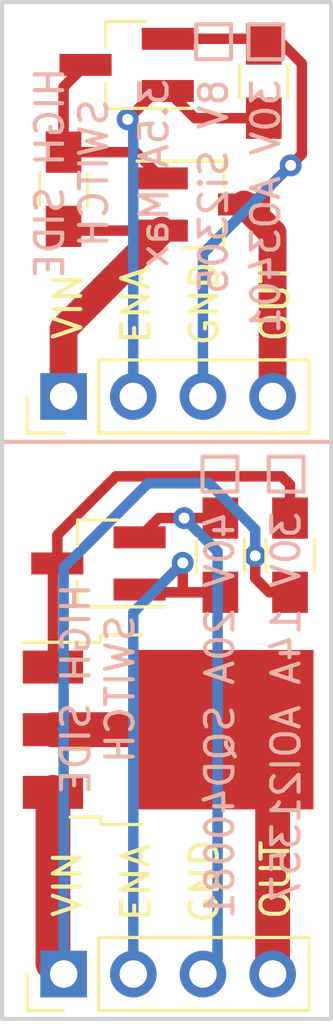
<source format=kicad_pcb>
(kicad_pcb (version 20171130) (host pcbnew "(5.1.6)-1")

  (general
    (thickness 1.6)
    (drawings 44)
    (tracks 61)
    (zones 0)
    (modules 10)
    (nets 11)
  )

  (page A4)
  (layers
    (0 F.Cu signal)
    (31 B.Cu signal)
    (32 B.Adhes user)
    (33 F.Adhes user)
    (34 B.Paste user)
    (35 F.Paste user)
    (36 B.SilkS user)
    (37 F.SilkS user)
    (38 B.Mask user)
    (39 F.Mask user)
    (40 Dwgs.User user)
    (41 Cmts.User user)
    (42 Eco1.User user)
    (43 Eco2.User user)
    (44 Edge.Cuts user)
    (45 Margin user)
    (46 B.CrtYd user)
    (47 F.CrtYd user)
    (48 B.Fab user hide)
    (49 F.Fab user hide)
  )

  (setup
    (last_trace_width 0.25)
    (user_trace_width 0.254)
    (user_trace_width 0.381)
    (user_trace_width 0.635)
    (user_trace_width 1.016)
    (user_trace_width 1.27)
    (trace_clearance 0.2)
    (zone_clearance 0.508)
    (zone_45_only no)
    (trace_min 0.2)
    (via_size 0.8)
    (via_drill 0.4)
    (via_min_size 0.4)
    (via_min_drill 0.3)
    (user_via 1 0.7)
    (uvia_size 0.3)
    (uvia_drill 0.1)
    (uvias_allowed no)
    (uvia_min_size 0.2)
    (uvia_min_drill 0.1)
    (edge_width 0.15)
    (segment_width 0.2)
    (pcb_text_width 0.3)
    (pcb_text_size 1.5 1.5)
    (mod_edge_width 0.15)
    (mod_text_size 1 1)
    (mod_text_width 0.15)
    (pad_size 2 2)
    (pad_drill 0)
    (pad_to_mask_clearance 0.2)
    (solder_mask_min_width 0.25)
    (aux_axis_origin 0 0)
    (visible_elements 7FFDFFFF)
    (pcbplotparams
      (layerselection 0x010f0_ffffffff)
      (usegerberextensions true)
      (usegerberattributes false)
      (usegerberadvancedattributes false)
      (creategerberjobfile false)
      (excludeedgelayer true)
      (linewidth 0.100000)
      (plotframeref false)
      (viasonmask false)
      (mode 1)
      (useauxorigin false)
      (hpglpennumber 1)
      (hpglpenspeed 20)
      (hpglpendiameter 15.000000)
      (psnegative false)
      (psa4output false)
      (plotreference true)
      (plotvalue true)
      (plotinvisibletext false)
      (padsonsilk false)
      (subtractmaskfromsilk false)
      (outputformat 1)
      (mirror false)
      (drillshape 0)
      (scaleselection 1)
      (outputdirectory ""))
  )

  (net 0 "")
  (net 1 "Net-(J1-Pad1)")
  (net 2 "Net-(J1-Pad2)")
  (net 3 "Net-(J1-Pad3)")
  (net 4 "Net-(J1-Pad4)")
  (net 5 "Net-(J2-Pad1)")
  (net 6 "Net-(J2-Pad2)")
  (net 7 "Net-(J2-Pad3)")
  (net 8 "Net-(J2-Pad4)")
  (net 9 "Net-(Q1-Pad1)")
  (net 10 "Net-(Q3-Pad1)")

  (net_class Default "This is the default net class."
    (clearance 0.2)
    (trace_width 0.25)
    (via_dia 0.8)
    (via_drill 0.4)
    (uvia_dia 0.3)
    (uvia_drill 0.1)
    (add_net "Net-(J1-Pad1)")
    (add_net "Net-(J1-Pad2)")
    (add_net "Net-(J1-Pad3)")
    (add_net "Net-(J1-Pad4)")
    (add_net "Net-(J2-Pad1)")
    (add_net "Net-(J2-Pad2)")
    (add_net "Net-(J2-Pad3)")
    (add_net "Net-(J2-Pad4)")
    (add_net "Net-(Q1-Pad1)")
    (add_net "Net-(Q3-Pad1)")
  )

  (module Resistors_SMD:R_0805_HandSoldering (layer F.Cu) (tedit 58E0A804) (tstamp 62157A86)
    (at 161.46018 96.1263 90)
    (descr "Resistor SMD 0805, hand soldering")
    (tags "resistor 0805")
    (path /62177F1F)
    (attr smd)
    (fp_text reference R4 (at 0 0 90) (layer F.SilkS) hide
      (effects (font (size 1 1) (thickness 0.15)))
    )
    (fp_text value PD (at 0 1.75 90) (layer F.Fab)
      (effects (font (size 1 1) (thickness 0.15)))
    )
    (fp_line (start 2.35 0.9) (end -2.35 0.9) (layer F.CrtYd) (width 0.05))
    (fp_line (start 2.35 0.9) (end 2.35 -0.9) (layer F.CrtYd) (width 0.05))
    (fp_line (start -2.35 -0.9) (end -2.35 0.9) (layer F.CrtYd) (width 0.05))
    (fp_line (start -2.35 -0.9) (end 2.35 -0.9) (layer F.CrtYd) (width 0.05))
    (fp_line (start -0.6 -0.88) (end 0.6 -0.88) (layer F.SilkS) (width 0.12))
    (fp_line (start 0.6 0.88) (end -0.6 0.88) (layer F.SilkS) (width 0.12))
    (fp_line (start -1 -0.62) (end 1 -0.62) (layer F.Fab) (width 0.1))
    (fp_line (start 1 -0.62) (end 1 0.62) (layer F.Fab) (width 0.1))
    (fp_line (start 1 0.62) (end -1 0.62) (layer F.Fab) (width 0.1))
    (fp_line (start -1 0.62) (end -1 -0.62) (layer F.Fab) (width 0.1))
    (fp_text user %R (at 0 0 90) (layer F.Fab)
      (effects (font (size 0.5 0.5) (thickness 0.075)))
    )
    (pad 1 smd rect (at -1.35 0 90) (size 1.5 1.3) (layers F.Cu F.Paste F.Mask)
      (net 6 "Net-(J2-Pad2)"))
    (pad 2 smd rect (at 1.35 0 90) (size 1.5 1.3) (layers F.Cu F.Paste F.Mask)
      (net 7 "Net-(J2-Pad3)"))
    (model ${KISYS3DMOD}/Resistors_SMD.3dshapes/R_0805.wrl
      (at (xyz 0 0 0))
      (scale (xyz 1 1 1))
      (rotate (xyz 0 0 0))
    )
  )

  (module Resistors_SMD:R_0805_HandSoldering (layer F.Cu) (tedit 58E0A804) (tstamp 62157A83)
    (at 164.00018 96.1263 90)
    (descr "Resistor SMD 0805, hand soldering")
    (tags "resistor 0805")
    (path /62177F0B)
    (attr smd)
    (fp_text reference R3 (at 0 0 90) (layer F.SilkS) hide
      (effects (font (size 1 1) (thickness 0.15)))
    )
    (fp_text value PU (at 0 1.75 90) (layer F.Fab)
      (effects (font (size 1 1) (thickness 0.15)))
    )
    (fp_line (start 2.35 0.9) (end -2.35 0.9) (layer F.CrtYd) (width 0.05))
    (fp_line (start 2.35 0.9) (end 2.35 -0.9) (layer F.CrtYd) (width 0.05))
    (fp_line (start -2.35 -0.9) (end -2.35 0.9) (layer F.CrtYd) (width 0.05))
    (fp_line (start -2.35 -0.9) (end 2.35 -0.9) (layer F.CrtYd) (width 0.05))
    (fp_line (start -0.6 -0.88) (end 0.6 -0.88) (layer F.SilkS) (width 0.12))
    (fp_line (start 0.6 0.88) (end -0.6 0.88) (layer F.SilkS) (width 0.12))
    (fp_line (start -1 -0.62) (end 1 -0.62) (layer F.Fab) (width 0.1))
    (fp_line (start 1 -0.62) (end 1 0.62) (layer F.Fab) (width 0.1))
    (fp_line (start 1 0.62) (end -1 0.62) (layer F.Fab) (width 0.1))
    (fp_line (start -1 0.62) (end -1 -0.62) (layer F.Fab) (width 0.1))
    (fp_text user %R (at 0 0 90) (layer F.Fab)
      (effects (font (size 0.5 0.5) (thickness 0.075)))
    )
    (pad 1 smd rect (at -1.35 0 90) (size 1.5 1.3) (layers F.Cu F.Paste F.Mask)
      (net 5 "Net-(J2-Pad1)"))
    (pad 2 smd rect (at 1.35 0 90) (size 1.5 1.3) (layers F.Cu F.Paste F.Mask)
      (net 10 "Net-(Q3-Pad1)"))
    (model ${KISYS3DMOD}/Resistors_SMD.3dshapes/R_0805.wrl
      (at (xyz 0 0 0))
      (scale (xyz 1 1 1))
      (rotate (xyz 0 0 0))
    )
  )

  (module Resistors_SMD:R_0805_HandSoldering (layer F.Cu) (tedit 58E0A804) (tstamp 62157A80)
    (at 163.04318 78.87606 90)
    (descr "Resistor SMD 0805, hand soldering")
    (tags "resistor 0805")
    (path /6216CD48)
    (attr smd)
    (fp_text reference R2 (at -0.1016 0.0762 90) (layer F.SilkS) hide
      (effects (font (size 1 1) (thickness 0.15)))
    )
    (fp_text value PD (at 0 1.75 90) (layer F.Fab)
      (effects (font (size 1 1) (thickness 0.15)))
    )
    (fp_line (start 2.35 0.9) (end -2.35 0.9) (layer F.CrtYd) (width 0.05))
    (fp_line (start 2.35 0.9) (end 2.35 -0.9) (layer F.CrtYd) (width 0.05))
    (fp_line (start -2.35 -0.9) (end -2.35 0.9) (layer F.CrtYd) (width 0.05))
    (fp_line (start -2.35 -0.9) (end 2.35 -0.9) (layer F.CrtYd) (width 0.05))
    (fp_line (start -0.6 -0.88) (end 0.6 -0.88) (layer F.SilkS) (width 0.12))
    (fp_line (start 0.6 0.88) (end -0.6 0.88) (layer F.SilkS) (width 0.12))
    (fp_line (start -1 -0.62) (end 1 -0.62) (layer F.Fab) (width 0.1))
    (fp_line (start 1 -0.62) (end 1 0.62) (layer F.Fab) (width 0.1))
    (fp_line (start 1 0.62) (end -1 0.62) (layer F.Fab) (width 0.1))
    (fp_line (start -1 0.62) (end -1 -0.62) (layer F.Fab) (width 0.1))
    (fp_text user %R (at 0 0 90) (layer F.Fab)
      (effects (font (size 0.5 0.5) (thickness 0.075)))
    )
    (pad 1 smd rect (at -1.35 0 90) (size 1.5 1.3) (layers F.Cu F.Paste F.Mask)
      (net 2 "Net-(J1-Pad2)"))
    (pad 2 smd rect (at 1.35 0 90) (size 1.5 1.3) (layers F.Cu F.Paste F.Mask)
      (net 3 "Net-(J1-Pad3)"))
    (model ${KISYS3DMOD}/Resistors_SMD.3dshapes/R_0805.wrl
      (at (xyz 0 0 0))
      (scale (xyz 1 1 1))
      (rotate (xyz 0 0 0))
    )
  )

  (module Resistors_SMD:R_0805_HandSoldering (layer F.Cu) (tedit 58E0A804) (tstamp 62157A7D)
    (at 155.74318 82.81106 90)
    (descr "Resistor SMD 0805, hand soldering")
    (tags "resistor 0805")
    (path /62160481)
    (attr smd)
    (fp_text reference R1 (at 0.0546 0 90) (layer F.SilkS) hide
      (effects (font (size 1 1) (thickness 0.15)))
    )
    (fp_text value PU (at 0 1.75 90) (layer F.Fab)
      (effects (font (size 1 1) (thickness 0.15)))
    )
    (fp_line (start 2.35 0.9) (end -2.35 0.9) (layer F.CrtYd) (width 0.05))
    (fp_line (start 2.35 0.9) (end 2.35 -0.9) (layer F.CrtYd) (width 0.05))
    (fp_line (start -2.35 -0.9) (end -2.35 0.9) (layer F.CrtYd) (width 0.05))
    (fp_line (start -2.35 -0.9) (end 2.35 -0.9) (layer F.CrtYd) (width 0.05))
    (fp_line (start -0.6 -0.88) (end 0.6 -0.88) (layer F.SilkS) (width 0.12))
    (fp_line (start 0.6 0.88) (end -0.6 0.88) (layer F.SilkS) (width 0.12))
    (fp_line (start -1 -0.62) (end 1 -0.62) (layer F.Fab) (width 0.1))
    (fp_line (start 1 -0.62) (end 1 0.62) (layer F.Fab) (width 0.1))
    (fp_line (start 1 0.62) (end -1 0.62) (layer F.Fab) (width 0.1))
    (fp_line (start -1 0.62) (end -1 -0.62) (layer F.Fab) (width 0.1))
    (fp_text user %R (at 0 0 90) (layer F.Fab)
      (effects (font (size 0.5 0.5) (thickness 0.075)))
    )
    (pad 1 smd rect (at -1.35 0 90) (size 1.5 1.3) (layers F.Cu F.Paste F.Mask)
      (net 1 "Net-(J1-Pad1)"))
    (pad 2 smd rect (at 1.35 0 90) (size 1.5 1.3) (layers F.Cu F.Paste F.Mask)
      (net 9 "Net-(Q1-Pad1)"))
    (model ${KISYS3DMOD}/Resistors_SMD.3dshapes/R_0805.wrl
      (at (xyz 0 0 0))
      (scale (xyz 1 1 1))
      (rotate (xyz 0 0 0))
    )
  )

  (module TO_SOT_Packages_SMD:SOT-23_Handsoldering (layer F.Cu) (tedit 58CE4E7E) (tstamp 62157A7A)
    (at 157.01518 96.426301 180)
    (descr "SOT-23, Handsoldering")
    (tags SOT-23)
    (path /62177F01)
    (attr smd)
    (fp_text reference Q4 (at 0 -0.334999) (layer F.SilkS) hide
      (effects (font (size 1 1) (thickness 0.15)))
    )
    (fp_text value BSS138 (at 0 2.5) (layer F.Fab)
      (effects (font (size 1 1) (thickness 0.15)))
    )
    (fp_line (start 0.76 1.58) (end -0.7 1.58) (layer F.SilkS) (width 0.12))
    (fp_line (start -0.7 1.52) (end 0.7 1.52) (layer F.Fab) (width 0.1))
    (fp_line (start 0.7 -1.52) (end 0.7 1.52) (layer F.Fab) (width 0.1))
    (fp_line (start -0.7 -0.95) (end -0.15 -1.52) (layer F.Fab) (width 0.1))
    (fp_line (start -0.15 -1.52) (end 0.7 -1.52) (layer F.Fab) (width 0.1))
    (fp_line (start -0.7 -0.95) (end -0.7 1.5) (layer F.Fab) (width 0.1))
    (fp_line (start 0.76 -1.58) (end -2.4 -1.58) (layer F.SilkS) (width 0.12))
    (fp_line (start -2.7 1.75) (end -2.7 -1.75) (layer F.CrtYd) (width 0.05))
    (fp_line (start 2.7 1.75) (end -2.7 1.75) (layer F.CrtYd) (width 0.05))
    (fp_line (start 2.7 -1.75) (end 2.7 1.75) (layer F.CrtYd) (width 0.05))
    (fp_line (start -2.7 -1.75) (end 2.7 -1.75) (layer F.CrtYd) (width 0.05))
    (fp_line (start 0.76 -1.58) (end 0.76 -0.65) (layer F.SilkS) (width 0.12))
    (fp_line (start 0.76 1.58) (end 0.76 0.65) (layer F.SilkS) (width 0.12))
    (fp_text user %R (at 0 0 90) (layer F.Fab)
      (effects (font (size 0.5 0.5) (thickness 0.075)))
    )
    (pad 1 smd rect (at -1.5 -0.95 180) (size 1.9 0.8) (layers F.Cu F.Paste F.Mask)
      (net 6 "Net-(J2-Pad2)"))
    (pad 2 smd rect (at -1.5 0.95 180) (size 1.9 0.8) (layers F.Cu F.Paste F.Mask)
      (net 7 "Net-(J2-Pad3)"))
    (pad 3 smd rect (at 1.5 0 180) (size 1.9 0.8) (layers F.Cu F.Paste F.Mask)
      (net 10 "Net-(Q3-Pad1)"))
    (model ${KISYS3DMOD}/TO_SOT_Packages_SMD.3dshapes\SOT-23.wrl
      (at (xyz 0 0 0))
      (scale (xyz 1 1 1))
      (rotate (xyz 0 0 0))
    )
  )

  (module TO_SOT_Packages_SMD:TO-252-3_TabPin2 (layer F.Cu) (tedit 590079C0) (tstamp 62157A77)
    (at 159.55518 102.4763)
    (descr "TO-252 / DPAK SMD package, http://www.infineon.com/cms/en/product/packages/PG-TO252/PG-TO252-3-1/")
    (tags "DPAK TO-252 DPAK-3 TO-252-3 SOT-428")
    (path /62174C95)
    (attr smd)
    (fp_text reference Q3 (at -1.905 0) (layer F.SilkS) hide
      (effects (font (size 1 1) (thickness 0.15)))
    )
    (fp_text value Q_PMOS_GDS (at 0 4.5) (layer F.Fab)
      (effects (font (size 1 1) (thickness 0.15)))
    )
    (fp_line (start 5.55 -3.5) (end -5.55 -3.5) (layer F.CrtYd) (width 0.05))
    (fp_line (start 5.55 3.5) (end 5.55 -3.5) (layer F.CrtYd) (width 0.05))
    (fp_line (start -5.55 3.5) (end 5.55 3.5) (layer F.CrtYd) (width 0.05))
    (fp_line (start -5.55 -3.5) (end -5.55 3.5) (layer F.CrtYd) (width 0.05))
    (fp_line (start -2.47 3.18) (end -3.57 3.18) (layer F.SilkS) (width 0.12))
    (fp_line (start -2.47 3.45) (end -2.47 3.18) (layer F.SilkS) (width 0.12))
    (fp_line (start -0.97 3.45) (end -2.47 3.45) (layer F.SilkS) (width 0.12))
    (fp_line (start -2.47 -3.18) (end -5.3 -3.18) (layer F.SilkS) (width 0.12))
    (fp_line (start -2.47 -3.45) (end -2.47 -3.18) (layer F.SilkS) (width 0.12))
    (fp_line (start -0.97 -3.45) (end -2.47 -3.45) (layer F.SilkS) (width 0.12))
    (fp_line (start -4.97 2.655) (end -2.27 2.655) (layer F.Fab) (width 0.1))
    (fp_line (start -4.97 1.905) (end -4.97 2.655) (layer F.Fab) (width 0.1))
    (fp_line (start -2.27 1.905) (end -4.97 1.905) (layer F.Fab) (width 0.1))
    (fp_line (start -4.97 0.375) (end -2.27 0.375) (layer F.Fab) (width 0.1))
    (fp_line (start -4.97 -0.375) (end -4.97 0.375) (layer F.Fab) (width 0.1))
    (fp_line (start -2.27 -0.375) (end -4.97 -0.375) (layer F.Fab) (width 0.1))
    (fp_line (start -4.97 -1.905) (end -2.27 -1.905) (layer F.Fab) (width 0.1))
    (fp_line (start -4.97 -2.655) (end -4.97 -1.905) (layer F.Fab) (width 0.1))
    (fp_line (start -1.865 -2.655) (end -4.97 -2.655) (layer F.Fab) (width 0.1))
    (fp_line (start -1.27 -3.25) (end 3.95 -3.25) (layer F.Fab) (width 0.1))
    (fp_line (start -2.27 -2.25) (end -1.27 -3.25) (layer F.Fab) (width 0.1))
    (fp_line (start -2.27 3.25) (end -2.27 -2.25) (layer F.Fab) (width 0.1))
    (fp_line (start 3.95 3.25) (end -2.27 3.25) (layer F.Fab) (width 0.1))
    (fp_line (start 3.95 -3.25) (end 3.95 3.25) (layer F.Fab) (width 0.1))
    (fp_line (start 4.95 2.7) (end 3.95 2.7) (layer F.Fab) (width 0.1))
    (fp_line (start 4.95 -2.7) (end 4.95 2.7) (layer F.Fab) (width 0.1))
    (fp_line (start 3.95 -2.7) (end 4.95 -2.7) (layer F.Fab) (width 0.1))
    (fp_text user %R (at 0 0) (layer F.Fab)
      (effects (font (size 1 1) (thickness 0.15)))
    )
    (pad 1 smd rect (at -4.2 -2.28) (size 2.2 1.2) (layers F.Cu F.Paste F.Mask)
      (net 10 "Net-(Q3-Pad1)"))
    (pad 2 smd rect (at -4.2 0) (size 2.2 1.2) (layers F.Cu F.Paste F.Mask)
      (net 8 "Net-(J2-Pad4)"))
    (pad 3 smd rect (at -4.2 2.28) (size 2.2 1.2) (layers F.Cu F.Paste F.Mask)
      (net 5 "Net-(J2-Pad1)"))
    (pad 2 smd rect (at 2.1 0) (size 6.4 5.8) (layers F.Cu F.Mask)
      (net 8 "Net-(J2-Pad4)"))
    (pad 2 smd rect (at 3.775 1.525) (size 3.05 2.75) (layers F.Cu F.Paste)
      (net 8 "Net-(J2-Pad4)"))
    (pad 2 smd rect (at 0.425 -1.525) (size 3.05 2.75) (layers F.Cu F.Paste)
      (net 8 "Net-(J2-Pad4)"))
    (pad 2 smd rect (at 3.775 -1.525) (size 3.05 2.75) (layers F.Cu F.Paste)
      (net 8 "Net-(J2-Pad4)"))
    (pad 2 smd rect (at 0.425 1.525) (size 3.05 2.75) (layers F.Cu F.Paste)
      (net 8 "Net-(J2-Pad4)"))
    (model ${KISYS3DMOD}/TO_SOT_Packages_SMD.3dshapes/TO-252-3_TabPin2.wrl
      (at (xyz 0 0 0))
      (scale (xyz 1 1 1))
      (rotate (xyz 0 0 0))
    )
  )

  (module TO_SOT_Packages_SMD:SOT-23_Handsoldering (layer F.Cu) (tedit 58CE4E7E) (tstamp 62157A74)
    (at 158.04318 78.28606 180)
    (descr "SOT-23, Handsoldering")
    (tags SOT-23)
    (path /6215D3FE)
    (attr smd)
    (fp_text reference Q2 (at -0.7366 -0.1016) (layer F.SilkS) hide
      (effects (font (size 1 1) (thickness 0.15)))
    )
    (fp_text value BSS138 (at 0 2.5) (layer F.Fab)
      (effects (font (size 1 1) (thickness 0.15)))
    )
    (fp_line (start 0.76 1.58) (end -0.7 1.58) (layer F.SilkS) (width 0.12))
    (fp_line (start -0.7 1.52) (end 0.7 1.52) (layer F.Fab) (width 0.1))
    (fp_line (start 0.7 -1.52) (end 0.7 1.52) (layer F.Fab) (width 0.1))
    (fp_line (start -0.7 -0.95) (end -0.15 -1.52) (layer F.Fab) (width 0.1))
    (fp_line (start -0.15 -1.52) (end 0.7 -1.52) (layer F.Fab) (width 0.1))
    (fp_line (start -0.7 -0.95) (end -0.7 1.5) (layer F.Fab) (width 0.1))
    (fp_line (start 0.76 -1.58) (end -2.4 -1.58) (layer F.SilkS) (width 0.12))
    (fp_line (start -2.7 1.75) (end -2.7 -1.75) (layer F.CrtYd) (width 0.05))
    (fp_line (start 2.7 1.75) (end -2.7 1.75) (layer F.CrtYd) (width 0.05))
    (fp_line (start 2.7 -1.75) (end 2.7 1.75) (layer F.CrtYd) (width 0.05))
    (fp_line (start -2.7 -1.75) (end 2.7 -1.75) (layer F.CrtYd) (width 0.05))
    (fp_line (start 0.76 -1.58) (end 0.76 -0.65) (layer F.SilkS) (width 0.12))
    (fp_line (start 0.76 1.58) (end 0.76 0.65) (layer F.SilkS) (width 0.12))
    (fp_text user %R (at 0 0 90) (layer F.Fab)
      (effects (font (size 0.5 0.5) (thickness 0.075)))
    )
    (pad 1 smd rect (at -1.5 -0.95 180) (size 1.9 0.8) (layers F.Cu F.Paste F.Mask)
      (net 2 "Net-(J1-Pad2)"))
    (pad 2 smd rect (at -1.5 0.95 180) (size 1.9 0.8) (layers F.Cu F.Paste F.Mask)
      (net 3 "Net-(J1-Pad3)"))
    (pad 3 smd rect (at 1.5 0 180) (size 1.9 0.8) (layers F.Cu F.Paste F.Mask)
      (net 9 "Net-(Q1-Pad1)"))
    (model ${KISYS3DMOD}/TO_SOT_Packages_SMD.3dshapes\SOT-23.wrl
      (at (xyz 0 0 0))
      (scale (xyz 1 1 1))
      (rotate (xyz 0 0 0))
    )
  )

  (module TO_SOT_Packages_SMD:SOT-23_Handsoldering (layer F.Cu) (tedit 58CE4E7E) (tstamp 62157A71)
    (at 160.82318 83.36606)
    (descr "SOT-23, Handsoldering")
    (tags SOT-23)
    (path /62158319)
    (attr smd)
    (fp_text reference Q1 (at -0.2032 0.1016) (layer F.SilkS) hide
      (effects (font (size 1 1) (thickness 0.15)))
    )
    (fp_text value Q_PMOS_GSD (at 0 2.5) (layer F.Fab)
      (effects (font (size 1 1) (thickness 0.15)))
    )
    (fp_line (start 0.76 1.58) (end -0.7 1.58) (layer F.SilkS) (width 0.12))
    (fp_line (start -0.7 1.52) (end 0.7 1.52) (layer F.Fab) (width 0.1))
    (fp_line (start 0.7 -1.52) (end 0.7 1.52) (layer F.Fab) (width 0.1))
    (fp_line (start -0.7 -0.95) (end -0.15 -1.52) (layer F.Fab) (width 0.1))
    (fp_line (start -0.15 -1.52) (end 0.7 -1.52) (layer F.Fab) (width 0.1))
    (fp_line (start -0.7 -0.95) (end -0.7 1.5) (layer F.Fab) (width 0.1))
    (fp_line (start 0.76 -1.58) (end -2.4 -1.58) (layer F.SilkS) (width 0.12))
    (fp_line (start -2.7 1.75) (end -2.7 -1.75) (layer F.CrtYd) (width 0.05))
    (fp_line (start 2.7 1.75) (end -2.7 1.75) (layer F.CrtYd) (width 0.05))
    (fp_line (start 2.7 -1.75) (end 2.7 1.75) (layer F.CrtYd) (width 0.05))
    (fp_line (start -2.7 -1.75) (end 2.7 -1.75) (layer F.CrtYd) (width 0.05))
    (fp_line (start 0.76 -1.58) (end 0.76 -0.65) (layer F.SilkS) (width 0.12))
    (fp_line (start 0.76 1.58) (end 0.76 0.65) (layer F.SilkS) (width 0.12))
    (fp_text user %R (at 0 0 90) (layer F.Fab)
      (effects (font (size 0.5 0.5) (thickness 0.075)))
    )
    (pad 1 smd rect (at -1.5 -0.95) (size 1.9 0.8) (layers F.Cu F.Paste F.Mask)
      (net 9 "Net-(Q1-Pad1)"))
    (pad 2 smd rect (at -1.5 0.95) (size 1.9 0.8) (layers F.Cu F.Paste F.Mask)
      (net 1 "Net-(J1-Pad1)"))
    (pad 3 smd rect (at 1.5 0) (size 1.9 0.8) (layers F.Cu F.Paste F.Mask)
      (net 4 "Net-(J1-Pad4)"))
    (model ${KISYS3DMOD}/TO_SOT_Packages_SMD.3dshapes\SOT-23.wrl
      (at (xyz 0 0 0))
      (scale (xyz 1 1 1))
      (rotate (xyz 0 0 0))
    )
  )

  (module Pin_Headers:Pin_Header_Straight_1x04_Pitch2.54mm (layer F.Cu) (tedit 59650532) (tstamp 62157A6E)
    (at 155.74518 111.3663 90)
    (descr "Through hole straight pin header, 1x04, 2.54mm pitch, single row")
    (tags "Through hole pin header THT 1x04 2.54mm single row")
    (path /62177F15)
    (fp_text reference J2 (at 0 -2.33 90) (layer F.SilkS) hide
      (effects (font (size 1 1) (thickness 0.15)))
    )
    (fp_text value .1" (at 0 9.95 90) (layer F.Fab)
      (effects (font (size 1 1) (thickness 0.15)))
    )
    (fp_line (start 1.8 -1.8) (end -1.8 -1.8) (layer F.CrtYd) (width 0.05))
    (fp_line (start 1.8 9.4) (end 1.8 -1.8) (layer F.CrtYd) (width 0.05))
    (fp_line (start -1.8 9.4) (end 1.8 9.4) (layer F.CrtYd) (width 0.05))
    (fp_line (start -1.8 -1.8) (end -1.8 9.4) (layer F.CrtYd) (width 0.05))
    (fp_line (start -1.33 -1.33) (end 0 -1.33) (layer F.SilkS) (width 0.12))
    (fp_line (start -1.33 0) (end -1.33 -1.33) (layer F.SilkS) (width 0.12))
    (fp_line (start -1.33 1.27) (end 1.33 1.27) (layer F.SilkS) (width 0.12))
    (fp_line (start 1.33 1.27) (end 1.33 8.95) (layer F.SilkS) (width 0.12))
    (fp_line (start -1.33 1.27) (end -1.33 8.95) (layer F.SilkS) (width 0.12))
    (fp_line (start -1.33 8.95) (end 1.33 8.95) (layer F.SilkS) (width 0.12))
    (fp_line (start -1.27 -0.635) (end -0.635 -1.27) (layer F.Fab) (width 0.1))
    (fp_line (start -1.27 8.89) (end -1.27 -0.635) (layer F.Fab) (width 0.1))
    (fp_line (start 1.27 8.89) (end -1.27 8.89) (layer F.Fab) (width 0.1))
    (fp_line (start 1.27 -1.27) (end 1.27 8.89) (layer F.Fab) (width 0.1))
    (fp_line (start -0.635 -1.27) (end 1.27 -1.27) (layer F.Fab) (width 0.1))
    (fp_text user %R (at 0 3.81) (layer F.Fab)
      (effects (font (size 1 1) (thickness 0.15)))
    )
    (pad 1 thru_hole rect (at 0 0 90) (size 1.7 1.7) (drill 1) (layers *.Cu *.Mask)
      (net 5 "Net-(J2-Pad1)"))
    (pad 2 thru_hole oval (at 0 2.54 90) (size 1.7 1.7) (drill 1) (layers *.Cu *.Mask)
      (net 6 "Net-(J2-Pad2)"))
    (pad 3 thru_hole oval (at 0 5.08 90) (size 1.7 1.7) (drill 1) (layers *.Cu *.Mask)
      (net 7 "Net-(J2-Pad3)"))
    (pad 4 thru_hole oval (at 0 7.62 90) (size 1.7 1.7) (drill 1) (layers *.Cu *.Mask)
      (net 8 "Net-(J2-Pad4)"))
    (model ${KISYS3DMOD}/Pin_Headers.3dshapes/Pin_Header_Straight_1x04_Pitch2.54mm.wrl
      (at (xyz 0 0 0))
      (scale (xyz 1 1 1))
      (rotate (xyz 0 0 0))
    )
  )

  (module Pin_Headers:Pin_Header_Straight_1x04_Pitch2.54mm (layer F.Cu) (tedit 59650532) (tstamp 62157A6B)
    (at 155.74318 90.35106 90)
    (descr "Through hole straight pin header, 1x04, 2.54mm pitch, single row")
    (tags "Through hole pin header THT 1x04 2.54mm single row")
    (path /62160EFF)
    (fp_text reference J1 (at 0 -2.33 90) (layer F.SilkS) hide
      (effects (font (size 1 1) (thickness 0.15)))
    )
    (fp_text value .1" (at 0 9.95 90) (layer F.Fab)
      (effects (font (size 1 1) (thickness 0.15)))
    )
    (fp_line (start 1.8 -1.8) (end -1.8 -1.8) (layer F.CrtYd) (width 0.05))
    (fp_line (start 1.8 9.4) (end 1.8 -1.8) (layer F.CrtYd) (width 0.05))
    (fp_line (start -1.8 9.4) (end 1.8 9.4) (layer F.CrtYd) (width 0.05))
    (fp_line (start -1.8 -1.8) (end -1.8 9.4) (layer F.CrtYd) (width 0.05))
    (fp_line (start -1.33 -1.33) (end 0 -1.33) (layer F.SilkS) (width 0.12))
    (fp_line (start -1.33 0) (end -1.33 -1.33) (layer F.SilkS) (width 0.12))
    (fp_line (start -1.33 1.27) (end 1.33 1.27) (layer F.SilkS) (width 0.12))
    (fp_line (start 1.33 1.27) (end 1.33 8.95) (layer F.SilkS) (width 0.12))
    (fp_line (start -1.33 1.27) (end -1.33 8.95) (layer F.SilkS) (width 0.12))
    (fp_line (start -1.33 8.95) (end 1.33 8.95) (layer F.SilkS) (width 0.12))
    (fp_line (start -1.27 -0.635) (end -0.635 -1.27) (layer F.Fab) (width 0.1))
    (fp_line (start -1.27 8.89) (end -1.27 -0.635) (layer F.Fab) (width 0.1))
    (fp_line (start 1.27 8.89) (end -1.27 8.89) (layer F.Fab) (width 0.1))
    (fp_line (start 1.27 -1.27) (end 1.27 8.89) (layer F.Fab) (width 0.1))
    (fp_line (start -0.635 -1.27) (end 1.27 -1.27) (layer F.Fab) (width 0.1))
    (fp_text user %R (at 0 3.81) (layer F.Fab)
      (effects (font (size 1 1) (thickness 0.15)))
    )
    (pad 1 thru_hole rect (at 0 0 90) (size 1.7 1.7) (drill 1) (layers *.Cu *.Mask)
      (net 1 "Net-(J1-Pad1)"))
    (pad 2 thru_hole oval (at 0 2.54 90) (size 1.7 1.7) (drill 1) (layers *.Cu *.Mask)
      (net 2 "Net-(J1-Pad2)"))
    (pad 3 thru_hole oval (at 0 5.08 90) (size 1.7 1.7) (drill 1) (layers *.Cu *.Mask)
      (net 3 "Net-(J1-Pad3)"))
    (pad 4 thru_hole oval (at 0 7.62 90) (size 1.7 1.7) (drill 1) (layers *.Cu *.Mask)
      (net 4 "Net-(J1-Pad4)"))
    (model ${KISYS3DMOD}/Pin_Headers.3dshapes/Pin_Header_Straight_1x04_Pitch2.54mm.wrl
      (at (xyz 0 0 0))
      (scale (xyz 1 1 1))
      (rotate (xyz 0 0 0))
    )
  )

  (gr_line (start 165.5 92) (end 153.5 92) (layer B.SilkS) (width 0.15))
  (gr_line (start 165.5 76) (end 153.5 76) (layer Edge.Cuts) (width 0.15) (tstamp 621585A2))
  (gr_line (start 165.5 113) (end 165.5 76) (layer Edge.Cuts) (width 0.15))
  (gr_line (start 153.5 113) (end 165.5 113) (layer Edge.Cuts) (width 0.15))
  (gr_line (start 153.5 76) (end 153.5 113) (layer Edge.Cuts) (width 0.15))
  (gr_line (start 165.5 92) (end 153.5 92) (layer Cmts.User) (width 0.15) (tstamp 62158511))
  (gr_line (start 165.5 76) (end 153.5 76) (layer Cmts.User) (width 0.15) (tstamp 621584F6))
  (gr_line (start 153.5 113) (end 165.5 113) (layer Cmts.User) (width 0.15) (tstamp 62158A5B))
  (gr_line (start 153.5 92) (end 153.5 113) (layer Cmts.User) (width 0.15))
  (gr_line (start 165.5 92) (end 153.5 92) (layer Cmts.User) (width 0.15))
  (gr_line (start 165.5 113) (end 165.5 92) (layer Cmts.User) (width 0.15))
  (gr_line (start 164.49178 92.5431) (end 163.22178 92.5431) (layer B.SilkS) (width 0.15) (tstamp 62158A20))
  (gr_line (start 164.49178 93.8131) (end 164.49178 92.5431) (layer B.SilkS) (width 0.15) (tstamp 62158A1F))
  (gr_line (start 160.80878 93.8131) (end 162.07878 93.8131) (layer B.SilkS) (width 0.15) (tstamp 62158A1E))
  (gr_line (start 163.22178 92.5431) (end 163.22178 93.8131) (layer B.SilkS) (width 0.15) (tstamp 62158A1D))
  (gr_line (start 163.22178 93.8131) (end 164.49178 93.8131) (layer B.SilkS) (width 0.15) (tstamp 62158A1C))
  (gr_line (start 162.07878 92.5431) (end 160.80878 92.5431) (layer B.SilkS) (width 0.15) (tstamp 62158A1B))
  (gr_line (start 160.80878 92.5431) (end 160.80878 93.8131) (layer B.SilkS) (width 0.15) (tstamp 62158A1A))
  (gr_line (start 162.07878 93.8131) (end 162.07878 92.5431) (layer B.SilkS) (width 0.15) (tstamp 62158A19))
  (gr_text "HIGH SIDE\nSWITCH" (at 157 101 90) (layer B.SilkS) (tstamp 62158A17)
    (effects (font (size 1 1) (thickness 0.15)) (justify mirror))
  )
  (gr_text "30V 14A AOI21357" (at 163.85678 94.4481 90) (layer B.SilkS) (tstamp 62158A16)
    (effects (font (size 1 1) (thickness 0.15)) (justify left mirror))
  )
  (gr_text "40V 20A SQD40081" (at 161.44378 94.4481 90) (layer B.SilkS) (tstamp 62158A15)
    (effects (font (size 1 1) (thickness 0.15)) (justify left mirror))
  )
  (gr_text VIN (at 155.89758 108.0897 90) (layer F.SilkS) (tstamp 62158792)
    (effects (font (size 1 1) (thickness 0.15)))
  )
  (gr_text OUT (at 163.46678 107.9373 90) (layer F.SilkS) (tstamp 62158791)
    (effects (font (size 1 1) (thickness 0.15)))
  )
  (gr_text ENA (at 158.38678 108.0389 90) (layer F.SilkS) (tstamp 62158790)
    (effects (font (size 1 1) (thickness 0.15)))
  )
  (gr_text GND (at 160.87598 107.9881 90) (layer F.SilkS) (tstamp 6215878F)
    (effects (font (size 1 1) (thickness 0.15)))
  )
  (gr_text "3.5A Max" (at 159.04318 82.22606 90) (layer B.SilkS)
    (effects (font (size 1 1) (thickness 0.15)) (justify mirror))
  )
  (gr_text "HIGH SIDE\nSWITCH" (at 156.04318 82.22606 90) (layer B.SilkS)
    (effects (font (size 1 1) (thickness 0.15)) (justify mirror))
  )
  (gr_line (start 153.5 76) (end 153.5 92) (layer Cmts.User) (width 0.15) (tstamp 62158354))
  (gr_line (start 165.5 92) (end 165.5 76) (layer Cmts.User) (width 0.15))
  (gr_text "8V Si2305\n" (at 161.21318 78.71606 90) (layer B.SilkS) (tstamp 62158330)
    (effects (font (size 1 1) (thickness 0.15)) (justify left mirror))
  )
  (gr_line (start 163.75318 76.81106) (end 162.48318 76.81106) (layer B.SilkS) (width 0.15) (tstamp 6215832B))
  (gr_line (start 163.75318 78.08106) (end 163.75318 76.81106) (layer B.SilkS) (width 0.15))
  (gr_line (start 162.48318 78.08106) (end 163.75318 78.08106) (layer B.SilkS) (width 0.15))
  (gr_line (start 162.48318 76.81106) (end 162.48318 78.08106) (layer B.SilkS) (width 0.15))
  (gr_line (start 160.57818 76.81106) (end 160.57818 78.08106) (layer B.SilkS) (width 0.15) (tstamp 6215832A))
  (gr_line (start 161.84818 76.81106) (end 160.57818 76.81106) (layer B.SilkS) (width 0.15))
  (gr_line (start 161.84818 78.08106) (end 161.84818 76.81106) (layer B.SilkS) (width 0.15))
  (gr_line (start 160.57818 78.08106) (end 161.84818 78.08106) (layer B.SilkS) (width 0.15))
  (gr_text "30V AO3401" (at 163.11818 78.71606 90) (layer B.SilkS)
    (effects (font (size 1 1) (thickness 0.15)) (justify left mirror))
  )
  (gr_text ENA (at 158.38478 87.02366 90) (layer F.SilkS)
    (effects (font (size 1 1) (thickness 0.15)))
  )
  (gr_text OUT (at 163.46478 86.92206 90) (layer F.SilkS)
    (effects (font (size 1 1) (thickness 0.15)))
  )
  (gr_text GND (at 160.87398 86.97286 90) (layer F.SilkS)
    (effects (font (size 1 1) (thickness 0.15)))
  )
  (gr_text VIN (at 155.89558 87.07446 90) (layer F.SilkS)
    (effects (font (size 1 1) (thickness 0.15)))
  )

  (segment (start 155.74318 90.35106) (end 155.74318 87.89606) (width 1.016) (layer F.Cu) (net 1) (status 400000))
  (segment (start 155.74318 87.89606) (end 159.32318 84.31606) (width 1.016) (layer F.Cu) (net 1) (tstamp 62158212) (status 800000))
  (segment (start 155.74318 84.16106) (end 155.89818 84.31606) (width 0.381) (layer F.Cu) (net 1) (status C00000))
  (segment (start 155.89818 84.31606) (end 159.32318 84.31606) (width 0.381) (layer F.Cu) (net 1) (tstamp 62158215) (status C00000))
  (segment (start 159.54318 79.23606) (end 160.53318 80.22606) (width 0.381) (layer F.Cu) (net 2) (status 400000))
  (segment (start 160.53318 80.22606) (end 163.04318 80.22606) (width 0.381) (layer F.Cu) (net 2) (tstamp 621583C1) (status 800000))
  (segment (start 158.28318 90.35106) (end 158.28318 80.47046) (width 0.381) (layer B.Cu) (net 2) (status 400000))
  (segment (start 159.11118 79.23606) (end 159.54318 79.23606) (width 0.381) (layer F.Cu) (net 2) (tstamp 621583CC) (status C00000))
  (segment (start 158.07998 80.26726) (end 159.11118 79.23606) (width 0.381) (layer F.Cu) (net 2) (tstamp 621583CB) (status 800000))
  (via (at 158.07998 80.26726) (size 0.8) (drill 0.4) (layers F.Cu B.Cu) (net 2))
  (segment (start 158.28318 80.47046) (end 158.07998 80.26726) (width 0.381) (layer B.Cu) (net 2) (tstamp 621583C9))
  (segment (start 159.54318 77.33606) (end 162.85318 77.33606) (width 0.381) (layer F.Cu) (net 3) (status C00000))
  (segment (start 162.85318 77.33606) (end 163.04318 77.52606) (width 0.381) (layer F.Cu) (net 3) (tstamp 621583BE) (status C00000))
  (segment (start 160.82318 90.35106) (end 160.82318 85.14406) (width 0.381) (layer B.Cu) (net 3) (status 400000))
  (segment (start 163.72078 77.52606) (end 163.04318 77.52606) (width 0.381) (layer F.Cu) (net 3) (tstamp 621583D9) (status 800000))
  (segment (start 164.42998 78.23526) (end 163.72078 77.52606) (width 0.381) (layer F.Cu) (net 3) (tstamp 621583D8))
  (segment (start 164.42998 81.53726) (end 164.42998 78.23526) (width 0.381) (layer F.Cu) (net 3) (tstamp 621583D7))
  (segment (start 164.02358 81.94366) (end 164.42998 81.53726) (width 0.381) (layer F.Cu) (net 3) (tstamp 621583D6))
  (via (at 164.02358 81.94366) (size 0.8) (drill 0.4) (layers F.Cu B.Cu) (net 3))
  (segment (start 160.82318 85.14406) (end 164.02358 81.94366) (width 0.381) (layer B.Cu) (net 3) (tstamp 621583D3))
  (segment (start 163.36318 90.35106) (end 163.36318 84.40606) (width 1.016) (layer F.Cu) (net 4) (status 400000))
  (segment (start 163.36318 84.40606) (end 162.32318 83.36606) (width 1.016) (layer F.Cu) (net 4) (tstamp 6215820F) (status 800000))
  (segment (start 155.74518 111.3663) (end 155.35518 110.9763) (width 1.27) (layer F.Cu) (net 5) (status C00000))
  (segment (start 155.35518 110.9763) (end 155.35518 104.7563) (width 1.27) (layer F.Cu) (net 5) (tstamp 621589C0) (status C00000))
  (segment (start 155.74518 111.3663) (end 155.74518 96.5835) (width 0.381) (layer B.Cu) (net 5) (status 400000))
  (segment (start 163.24198 97.4763) (end 164.00018 97.4763) (width 0.381) (layer F.Cu) (net 5) (tstamp 62158A01) (status 800000))
  (segment (start 162.73018 96.9645) (end 163.24198 97.4763) (width 0.381) (layer F.Cu) (net 5) (tstamp 62158A00))
  (segment (start 162.73018 96.1517) (end 162.73018 96.9645) (width 0.381) (layer F.Cu) (net 5) (tstamp 621589FF))
  (via (at 162.73018 96.1517) (size 0.8) (drill 0.4) (layers F.Cu B.Cu) (net 5))
  (segment (start 162.73018 95.1865) (end 162.73018 96.1517) (width 0.381) (layer B.Cu) (net 5) (tstamp 621589FD))
  (segment (start 161.05378 93.5101) (end 162.73018 95.1865) (width 0.381) (layer B.Cu) (net 5) (tstamp 621589FB))
  (segment (start 158.81858 93.5101) (end 161.05378 93.5101) (width 0.381) (layer B.Cu) (net 5) (tstamp 621589F9))
  (segment (start 155.74518 96.5835) (end 158.81858 93.5101) (width 0.381) (layer B.Cu) (net 5) (tstamp 621589F7))
  (segment (start 158.51518 97.376301) (end 158.615179 97.4763) (width 0.381) (layer F.Cu) (net 6) (status C00000))
  (segment (start 158.615179 97.4763) (end 160.08858 97.4763) (width 0.381) (layer F.Cu) (net 6) (tstamp 621589CB) (status 400000))
  (segment (start 160.08858 97.4763) (end 161.46018 97.4763) (width 0.381) (layer F.Cu) (net 6) (tstamp 621589E6) (status 800000))
  (segment (start 160.08858 97.4763) (end 160.08858 96.4057) (width 0.381) (layer F.Cu) (net 6))
  (segment (start 158.28518 98.2091) (end 158.28518 111.3663) (width 0.381) (layer B.Cu) (net 6) (tstamp 621589EB) (status 800000))
  (segment (start 160.08858 96.4057) (end 158.28518 98.2091) (width 0.381) (layer B.Cu) (net 6) (tstamp 621589EA))
  (via (at 160.08858 96.4057) (size 0.8) (drill 0.4) (layers F.Cu B.Cu) (net 6))
  (segment (start 158.51518 95.476301) (end 159.215181 94.7763) (width 0.381) (layer F.Cu) (net 7) (status 400000))
  (segment (start 159.215181 94.7763) (end 160.13938 94.7763) (width 0.381) (layer F.Cu) (net 7) (tstamp 621589C8))
  (segment (start 160.13938 94.7763) (end 161.46018 94.7763) (width 0.381) (layer F.Cu) (net 7) (tstamp 621589EF) (status 800000))
  (via (at 160.13938 94.7763) (size 0.8) (drill 0.4) (layers F.Cu B.Cu) (net 7))
  (segment (start 160.82518 111.3663) (end 161.35858 110.8329) (width 0.381) (layer B.Cu) (net 7) (tstamp 621589F4) (status C00000))
  (segment (start 161.35858 95.9955) (end 161.35858 110.8329) (width 0.381) (layer B.Cu) (net 7) (tstamp 621589F3) (status 800000))
  (segment (start 161.35858 95.9955) (end 160.13938 94.7763) (width 0.381) (layer B.Cu) (net 7) (tstamp 621589F2))
  (segment (start 163.36518 111.3663) (end 163.36518 104.1863) (width 1.27) (layer F.Cu) (net 8) (status C00000))
  (segment (start 163.36518 104.1863) (end 161.65518 102.4763) (width 1.27) (layer F.Cu) (net 8) (tstamp 621589BD) (status C00000))
  (segment (start 155.35518 102.4763) (end 161.65518 102.4763) (width 1.27) (layer F.Cu) (net 8) (status C00000))
  (segment (start 155.74318 81.46106) (end 158.36818 81.46106) (width 0.381) (layer F.Cu) (net 9) (status 400000))
  (segment (start 158.36818 81.46106) (end 159.32318 82.41606) (width 0.381) (layer F.Cu) (net 9) (tstamp 62158218) (status 800000))
  (segment (start 156.54318 78.28606) (end 155.74318 79.08606) (width 0.381) (layer F.Cu) (net 9) (status 400000))
  (segment (start 155.74318 79.08606) (end 155.74318 81.46106) (width 0.381) (layer F.Cu) (net 9) (tstamp 621583DC) (status 800000))
  (segment (start 155.35518 100.1963) (end 155.35518 96.586301) (width 0.381) (layer F.Cu) (net 10) (status C00000))
  (segment (start 155.35518 96.586301) (end 155.51518 96.426301) (width 0.381) (layer F.Cu) (net 10) (tstamp 621589C5) (status C00000))
  (segment (start 155.51518 96.426301) (end 155.51518 95.3911) (width 0.381) (layer F.Cu) (net 10) (status 400000))
  (segment (start 164.00018 93.5609) (end 164.00018 94.7763) (width 0.381) (layer F.Cu) (net 10) (tstamp 621589D2) (status 800000))
  (segment (start 163.69538 93.2561) (end 164.00018 93.5609) (width 0.381) (layer F.Cu) (net 10) (tstamp 621589D1))
  (segment (start 157.65018 93.2561) (end 163.69538 93.2561) (width 0.381) (layer F.Cu) (net 10) (tstamp 621589CF))
  (segment (start 155.51518 95.3911) (end 157.65018 93.2561) (width 0.381) (layer F.Cu) (net 10) (tstamp 621589CE))

)

</source>
